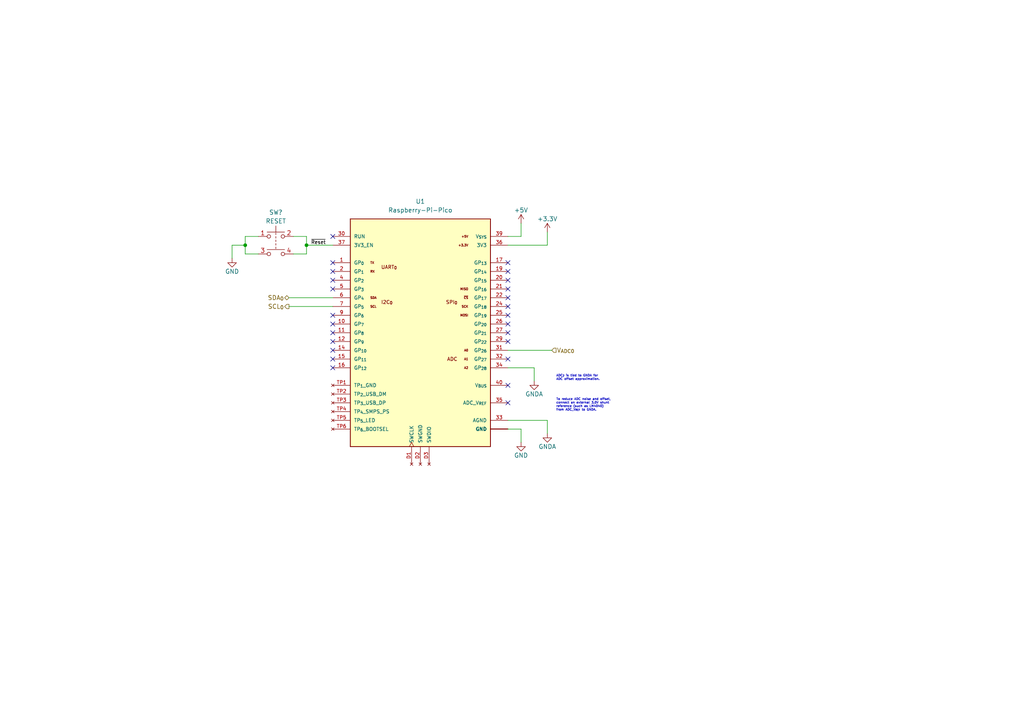
<source format=kicad_sch>
(kicad_sch (version 20230121) (generator eeschema)
  (paper "A4")
  (title_block (title "BELT Microcontroller") (date "2023-12-31") (rev "0.2") (company "Rice Eclipse") (comment 1 "Adam Sher"))
  (lib_symbols
    (symbol "Raspberry-Pi-Pico:Raspberry-Pi-Pico" (pin_names (offset 1.016))
      (property "Reference" "U" (at 0 37.465 0))
      (property "Value" "Raspberry-Pi-Pico" (at 0 34.925 0))
      (symbol "Raspberry-Pi-Pico_0_0"
        (rectangle (start -20.32 33.02) (end 20.32 -33.02) (stroke (width 0.254)) (fill (type background)))
      )
      (symbol "Raspberry-Pi-Pico_1_0"
        (pin bidirectional line (at -25.4 20.32 0) (length 5.08) (name "GP_{0}") (number "1"))
        (pin bidirectional line (at -25.4 2.54 0) (length 5.08) (name "GP_{7}") (number "10"))
        (pin bidirectional line (at -25.4 0 0) (length 5.08) (name "GP_{8}") (number "11"))
        (pin bidirectional line (at -25.4 -2.54 0) (length 5.08) (name "GP_{9}") (number "12"))
        (pin power_out line (at 25.4 -27.94 180) (length 5.08) (name "GND") (number "13"))
        (pin bidirectional line (at -25.4 -5.08 0) (length 5.08) (name "GP_{10}") (number "14"))
        (pin bidirectional line (at -25.4 -7.62 0) (length 5.08) (name "GP_{11}") (number "15"))
        (pin bidirectional line (at -25.4 -10.16 0) (length 5.08) (name "GP_{12}") (number "16"))
        (pin bidirectional line (at 25.4 20.32 180) (length 5.08) (name "GP_{13}") (number "17"))
        (pin power_out line (at 25.4 -27.94 180) (length 5.08) (name "GND") (number "18"))
        (pin bidirectional line (at 25.4 17.78 180) (length 5.08) (name "GP_{14}") (number "19"))
        (pin bidirectional line (at -25.4 17.78 0) (length 5.08) (name "GP_{1}") (number "2"))
        (pin bidirectional line (at 25.4 15.24 180) (length 5.08) (name "GP_{15}") (number "20"))
        (pin bidirectional line (at 25.4 12.7 180) (length 5.08) (name "GP_{16}") (number "21"))
        (pin bidirectional line (at 25.4 10.16 180) (length 5.08) (name "GP_{17}") (number "22"))
        (pin power_out line (at 25.4 -27.94 180) (length 5.08) (name "GND") (number "23"))
        (pin bidirectional line (at 25.4 7.62 180) (length 5.08) (name "GP_{18}") (number "24"))
        (pin bidirectional line (at 25.4 5.08 180) (length 5.08) (name "GP_{19}") (number "25"))
        (pin bidirectional line (at 25.4 2.54 180) (length 5.08) (name "GP_{20}") (number "26"))
        (pin bidirectional line (at 25.4 0 180) (length 5.08) (name "GP_{21}") (number "27"))
        (pin power_out line (at 25.4 -27.94 180) (length 5.08) (name "GND") (number "28"))
        (pin bidirectional line (at 25.4 -2.54 180) (length 5.08) (name "GP_{22}") (number "29"))
        (pin power_out line (at 25.4 -27.94 180) (length 5.08) (name "GND") (number "3"))
        (pin input line (at -25.4 27.94 0) (length 5.08) (name "RUN") (number "30"))
        (pin input line (at 25.4 -5.08 180) (length 5.08) (name "GP_{26}") (number "31"))
        (pin input line (at 25.4 -7.62 180) (length 5.08) (name "GP_{27}") (number "32"))
        (pin power_out line (at 25.4 -25.4 180) (length 5.08) (name "AGND") (number "33"))
        (pin input line (at 25.4 -10.16 180) (length 5.08) (name "GP_{28}") (number "34"))
        (pin input line (at 25.4 -20.32 180) (length 5.08) (name "ADC_V_{REF}") (number "35"))
        (pin power_out line (at 25.4 25.4 180) (length 5.08) (name "3V3") (number "36"))
        (pin input line (at -25.4 25.4 0) (length 5.08) (name "3V3_EN") (number "37"))
        (pin power_out line (at 25.4 -27.94 180) (length 5.08) (name "GND") (number "38"))
        (pin power_out line (at 25.4 27.94 180) (length 5.08) (name "V_{SYS}") (number "39"))
        (pin bidirectional line (at -25.4 15.24 0) (length 5.08) (name "GP_{2}") (number "4"))
        (pin power_out line (at 25.4 -15.24 180) (length 5.08) (name "V_{BUS}") (number "40"))
        (pin bidirectional line (at -25.4 12.7 0) (length 5.08) (name "GP_{3}") (number "5"))
        (pin bidirectional line (at -25.4 10.16 0) (length 5.08) (name "GP_{4}") (number "6"))
        (pin bidirectional line (at -25.4 7.62 0) (length 5.08) (name "GP_{5}") (number "7"))
        (pin power_out line (at 25.4 -27.94 180) (length 5.08) (name "GND") (number "8"))
        (pin bidirectional line (at -25.4 5.08 0) (length 5.08) (name "GP_{6}") (number "9"))
        (pin no_connect clock (at -2.54 -38.1 90) (length 5.08) (name "SWCLK") (number "D1"))
        (pin no_connect line (at 0 -38.1 90) (length 5.08) (name "SWGND") (number "D2"))
        (pin no_connect line (at 2.54 -38.1 90) (length 5.08) (name "SWDIO") (number "D3"))
        (pin no_connect line (at -25.4 -15.24 0) (length 5.08) (name "TP_{1}_GND") (number "TP1"))
        (pin no_connect line (at -25.4 -17.78 0) (length 5.08) (name "TP_{2}_USB_DM") (number "TP2"))
        (pin no_connect line (at -25.4 -20.32 0) (length 5.08) (name "TP_{3}_USB_DP") (number "TP3"))
        (pin no_connect line (at -25.4 -22.86 0) (length 5.08) (name "TP_{4}_SMPS_PS") (number "TP4"))
        (pin no_connect line (at -25.4 -25.4 0) (length 5.08) (name "TP_{5}_LED") (number "TP5"))
        (pin no_connect line (at -25.4 -27.94 0) (length 5.08) (name "TP_{6}_BOOTSEL") (number "TP6"))
      )
      (symbol "Raspberry-Pi-Pico_1_1"
        (text "+3.3V" (at 13.97 25.4 0) (effects (font (size 0.635 0.635)) (justify right)))
        (text "+5V" (at 13.97 27.94 0) (effects (font (size 0.635 0.635)) (justify right)))
        (text "A0" (at 13.97 -5.08 0) (effects (font (size 0.635 0.635)) (justify right)))
        (text "A1" (at 13.97 -7.62 0) (effects (font (size 0.635 0.635)) (justify right)))
        (text "A2" (at 13.97 -10.16 0) (effects (font (size 0.635 0.635)) (justify right)))
        (text "ADC" (at 10.795 -7.62 0) (effects (font (size 1.016 1.016)) (justify right)))
        (text "I2C_{0}" (at -11.43 8.89 0) (effects (font (size 1.016 1.016)) (justify left)))
        (text "MISO" (at 13.97 12.7 0) (effects (font (size 0.635 0.635)) (justify right)))
        (text "MOSI" (at 13.97 5.08 0) (effects (font (size 0.635 0.635)) (justify right)))
        (text "RX" (at -14.605 17.78 0) (effects (font (size 0.635 0.635)) (justify left)))
        (text "SCK" (at 13.97 7.62 0) (effects (font (size 0.635 0.635)) (justify right)))
        (text "SCL" (at -14.605 7.62 0) (effects (font (size 0.635 0.635)) (justify left)))
        (text "SDA" (at -14.605 10.16 0) (effects (font (size 0.635 0.635)) (justify left)))
        (text "SPI_{0}" (at 10.795 8.89 0) (effects (font (size 1.016 1.016)) (justify right)))
        (text "TX" (at -14.605 20.32 0) (effects (font (size 0.635 0.635)) (justify left)))
        (text "UART_{0}" (at -11.43 19.05 0) (effects (font (size 1.016 1.016)) (justify left)))
        (text "~{CS}" (at 13.97 10.16 0) (effects (font (size 0.635 0.635)) (justify right)))
      )
    )
    (symbol "Switch:SW_Push_Dual" (pin_names (offset 1.016) hide)
      (property "Reference" "SW" (at 1.27 2.54 0))
      (property "Value" "SW_Push_Dual" (at 0 -6.858 0))
      (symbol "SW_Push_Dual_0_1"
        (circle (center -2.032 -5.08) (radius 0.508))
        (circle (center -2.032 0) (radius 0.508))
        (polyline (pts (xy 0 -3.048) (xy 0 -3.556)))
        (polyline (pts (xy 0 -2.032) (xy 0 -2.54)))
        (polyline (pts (xy 0 -1.524) (xy 0 -1.016)))
        (polyline (pts (xy 0 -0.508) (xy 0 0)))
        (polyline (pts (xy 0 0.508) (xy 0 1.016)))
        (polyline (pts (xy 0 1.27) (xy 0 3.048)))
        (polyline (pts (xy 2.54 -3.81) (xy -2.54 -3.81)))
        (polyline (pts (xy 2.54 1.27) (xy -2.54 1.27)))
        (circle (center 2.032 -5.08) (radius 0.508))
        (circle (center 2.032 0) (radius 0.508))
        (pin passive line (at -5.08 0 0) (length 2.54) (name "1") (number "1"))
        (pin passive line (at 5.08 0 180) (length 2.54) (name "2") (number "2"))
        (pin passive line (at -5.08 -5.08 0) (length 2.54) (name "3") (number "3"))
        (pin passive line (at 5.08 -5.08 180) (length 2.54) (name "4") (number "4"))
      )
    )
    (symbol "power:+3.3V" (power) (pin_names (offset 0))
      (property "Value" "+3.3V" (at 0 3.556 0))
      (symbol "+3.3V_0_1"
        (polyline (pts (xy -0.762 1.27) (xy 0 2.54)))
        (polyline (pts (xy 0 0) (xy 0 2.54)))
        (polyline (pts (xy 0 2.54) (xy 0.762 1.27)))
      )
      (symbol "+3.3V_1_1"
        (pin power_in line (at 0 0 90) (length 0) hide (name "+3.3V") (number "1"))
      )
    )
    (symbol "power:+5V" (power) (pin_names (offset 0))
      (property "Value" "+5V" (at 0 3.556 0))
      (symbol "+5V_0_1"
        (polyline (pts (xy -0.762 1.27) (xy 0 2.54)))
        (polyline (pts (xy 0 0) (xy 0 2.54)))
        (polyline (pts (xy 0 2.54) (xy 0.762 1.27)))
      )
      (symbol "+5V_1_1"
        (pin power_in line (at 0 0 90) (length 0) hide (name "+5V") (number "1"))
      )
    )
    (symbol "power:GND" (power) (pin_names (offset 0))
      (property "Value" "GND" (at 0 -3.81 0))
      (symbol "GND_0_1"
        (polyline (pts (xy 0 0) (xy 0 -1.27) (xy 1.27 -1.27) (xy 0 -2.54) (xy -1.27 -1.27) (xy 0 -1.27)))
      )
      (symbol "GND_1_1"
        (pin power_in line (at 0 0 270) (length 0) hide (name "GND") (number "1"))
      )
    )
    (symbol "power:GNDA" (power) (pin_names (offset 0))
      (property "Value" "GNDA" (at 0 -3.81 0))
      (symbol "GNDA_0_1"
        (polyline (pts (xy 0 0) (xy 0 -1.27) (xy 1.27 -1.27) (xy 0 -2.54) (xy -1.27 -1.27) (xy 0 -1.27)))
      )
      (symbol "GNDA_1_1"
        (pin power_in line (at 0 0 270) (length 0) hide (name "GNDA") (number "1"))
      )
    )
  )
  (junction (at 88.9 71.12))
  (junction (at 71.12 71.12))
  (no_connect (at 96.52 106.68))
  (no_connect (at 96.52 68.58))
  (no_connect (at 96.52 81.28))
  (no_connect (at 147.32 96.52))
  (no_connect (at 96.52 96.52))
  (no_connect (at 147.32 78.74))
  (no_connect (at 147.32 104.14))
  (no_connect (at 96.52 76.2))
  (no_connect (at 147.32 83.82))
  (no_connect (at 147.32 91.44))
  (no_connect (at 96.52 99.06))
  (no_connect (at 96.52 93.98))
  (no_connect (at 147.32 88.9))
  (no_connect (at 96.52 104.14))
  (no_connect (at 147.32 81.28))
  (no_connect (at 147.32 99.06))
  (no_connect (at 147.32 93.98))
  (no_connect (at 147.32 111.76))
  (no_connect (at 96.52 91.44))
  (no_connect (at 147.32 116.84))
  (no_connect (at 96.52 83.82))
  (no_connect (at 96.52 101.6))
  (no_connect (at 147.32 76.2))
  (no_connect (at 96.52 78.74))
  (no_connect (at 147.32 86.36))
  (wire (pts (xy 154.94 106.68) (xy 154.94 110.49)))
  (wire (pts (xy 151.13 68.58) (xy 147.32 68.58)))
  (wire (pts (xy 158.75 71.12) (xy 147.32 71.12)))
  (wire (pts (xy 88.9 71.12) (xy 96.52 71.12)))
  (wire (pts (xy 147.32 124.46) (xy 151.13 124.46)))
  (wire (pts (xy 158.75 121.92) (xy 158.75 125.73)))
  (wire (pts (xy 83.82 86.36) (xy 96.52 86.36)))
  (wire (pts (xy 67.31 71.12) (xy 71.12 71.12)))
  (wire (pts (xy 71.12 71.12) (xy 71.12 73.66)))
  (wire (pts (xy 83.82 88.9) (xy 96.52 88.9)))
  (wire (pts (xy 151.13 64.77) (xy 151.13 68.58)))
  (wire (pts (xy 71.12 68.58) (xy 71.12 71.12)))
  (wire (pts (xy 88.9 71.12) (xy 88.9 73.66)))
  (wire (pts (xy 88.9 68.58) (xy 88.9 71.12)))
  (wire (pts (xy 158.75 67.31) (xy 158.75 71.12)))
  (wire (pts (xy 74.93 68.58) (xy 71.12 68.58)))
  (wire (pts (xy 154.94 106.68) (xy 147.32 106.68)))
  (wire (pts (xy 147.32 101.6) (xy 160.02 101.6)))
  (wire (pts (xy 71.12 73.66) (xy 74.93 73.66)))
  (wire (pts (xy 85.09 68.58) (xy 88.9 68.58)))
  (wire (pts (xy 85.09 73.66) (xy 88.9 73.66)))
  (wire (pts (xy 151.13 124.46) (xy 151.13 128.27)))
  (wire (pts (xy 147.32 121.92) (xy 158.75 121.92)))
  (wire (pts (xy 67.31 74.93) (xy 67.31 71.12)))
  (text "ADC_{2} is tied to GNDA for\nADC offset approximation." (at 161.29 110.49 0) (effects (font (size 0.635 0.635) bold) (justify left bottom)))
  (text "To reduce ADC noise and offset,\nconnect an external 3.0V shunt\nreference (such as LM4040)\nfrom ADC_V_{REF} to GNDA." (at 161.29 119.38 0) (effects (font (size 0.635 0.635) bold) (justify left bottom)))
  (label "~{Reset}" (at 90.17 71.12 0) (effects (font (size 1.016 1.016))))
  (hierarchical_label "SCL_{0}" (shape output) (at 83.82 88.9 180))
  (hierarchical_label "SDA_{0}" (shape bidirectional) (at 83.82 86.36 180))
  (hierarchical_label "V_{ADC0}" (shape input) (at 160.02 101.6 0))
  (symbol (lib_id "power:GNDA") (at 154.94 110.49 0) (unit 1)
    (property "Reference" "#PWR04" (effects hide))
    (property "Value" "GNDA" (at 154.94 114.3 0))
  )
  (symbol (lib_id "power:+3.3V") (at 158.75 67.31 0) (unit 1)
    (property "Reference" "#PWR05" (effects hide))
    (property "Value" "+3.3V" (at 158.75 63.5 0))
  )
  (symbol (lib_id "power:GNDA") (at 158.75 125.73 0) (unit 1)
    (property "Reference" "#PWR06" (effects hide))
    (property "Value" "GNDA" (at 158.75 129.54 0))
  )
  (symbol (lib_id "power:GND") (at 67.31 74.93 0) (unit 1)
    (property "Reference" "#PWR01" (effects hide))
    (property "Value" "GND" (at 67.31 78.74 0))
  )
  (symbol (lib_id "power:+5V") (at 151.13 64.77 0) (unit 1)
    (property "Reference" "#PWR02" (effects hide))
    (property "Value" "+5V" (at 151.13 60.96 0))
  )
  (symbol (lib_id "Raspberry-Pi-Pico:Raspberry-Pi-Pico") (at 121.92 96.52 0) (unit 1)
    (property "Reference" "U1" (at 121.92 58.42 0))
    (property "Value" "Raspberry-Pi-Pico" (at 121.92 60.96 0))
    (property "Footprint" "BeltFootprints:Raspberry-Pi-Pico" (effects hide))
    (property "Datasheet" "https://datasheets.raspberrypi.com/pico/pico-datasheet.pdf" (effects hide))
    (property "Manufacturer" "Raspberry Pi" (effects hide))
    (property "Part Number" "SC0915" (effects hide))
  )
  (symbol (lib_id "power:GND") (at 151.13 128.27 0) (unit 1)
    (property "Reference" "#PWR03" (effects hide))
    (property "Value" "GND" (at 151.13 132.08 0))
  )
  (symbol (lib_id "Switch:SW_Push_Dual") (at 80.01 68.58 0) (unit 1)
    (property "Reference" "SW?" (at 80.01 61.595 0))
    (property "Value" "RESET" (at 80.01 64.135 0))
    (instances (project "belt" (path "" (reference "SW?") (unit 1)) (path "" (reference "SW1") (unit 1))))
  )
)
</source>
